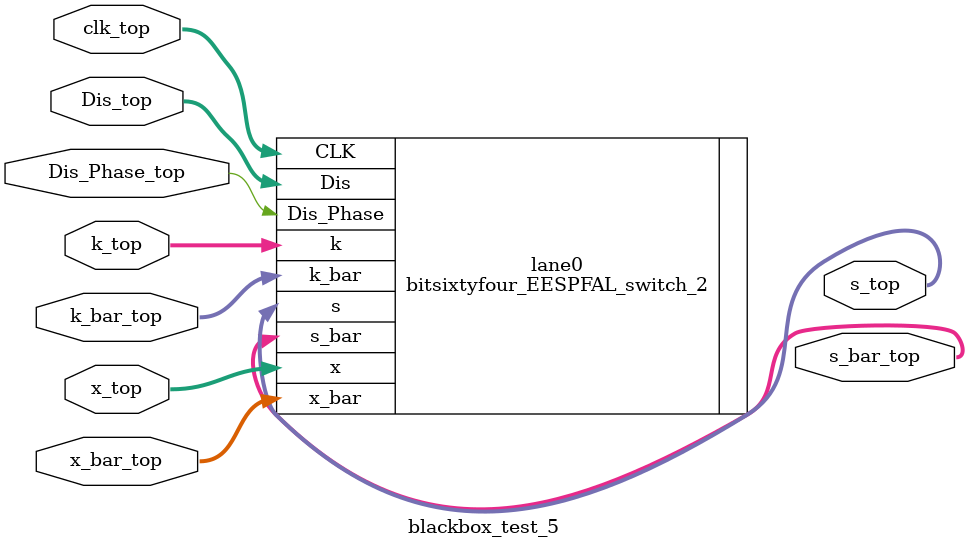
<source format=v>
module blackbox_test_5(
`ifdef USE_POWER_PINS	
	inout vdda1,
	inout GND_GPIO,
`endif
	input [bits-1:0] clk_top,
	input [bits-1:0] Dis_top,
	input [BIT_SIZE-1:0] x_top,
	input [BIT_SIZE-1:0] x_bar_top,
	input [BIT_SIZE-1:0] k_top,
	input [BIT_SIZE-1:0] k_bar_top,

	output [BIT_SIZE-1:0] s_top,
	output [BIT_SIZE-1:0] s_bar_top,
	input Dis_Phase_top
	//inout vdda1,
	//inout GND_GPIO_top
);

parameter bits = 4;
parameter BIT_SIZE = 64;

bitsixtyfour_EESPFAL_switch_2 lane0 (
`ifdef USE_POWER_PINS	
	.vdda1(vdda1), 
	.GND_GPIO(GND_GPIO),
`endif
	.s(s_top[63:0]),
	.s_bar(s_bar_top[63:0]),
	.x(x_top[63:0]),
	.x_bar(x_bar_top[63:0]),
	.k(k_top[63:0]),
	.k_bar(k_bar_top[63:0]),
	.CLK(clk_top[3:0]),
	.Dis(Dis_top[3:0]),
	.Dis_Phase(Dis_Phase_top)
	//.vdda1(vdda1),
	//.GND_GPIO(GND_GPIO_top)
);	
endmodule

</source>
